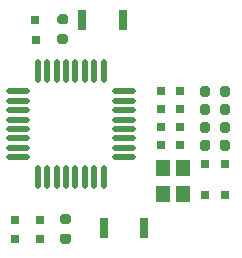
<source format=gbr>
%TF.GenerationSoftware,KiCad,Pcbnew,(5.1.8-0-10_14)*%
%TF.CreationDate,2020-12-07T18:30:00+01:00*%
%TF.ProjectId,cao,63616f2e-6b69-4636-9164-5f7063625858,rev?*%
%TF.SameCoordinates,Original*%
%TF.FileFunction,Paste,Top*%
%TF.FilePolarity,Positive*%
%FSLAX46Y46*%
G04 Gerber Fmt 4.6, Leading zero omitted, Abs format (unit mm)*
G04 Created by KiCad (PCBNEW (5.1.8-0-10_14)) date 2020-12-07 18:30:00*
%MOMM*%
%LPD*%
G01*
G04 APERTURE LIST*
%ADD10R,0.800000X1.700000*%
%ADD11R,1.200000X1.400000*%
%ADD12R,0.800000X0.800000*%
%ADD13O,2.000000X0.550000*%
%ADD14O,0.550000X2.000000*%
%ADD15R,0.800000X0.655600*%
%ADD16R,0.655600X0.800000*%
G04 APERTURE END LIST*
D10*
%TO.C,SW2*%
X137270000Y-93850000D03*
X133870000Y-93850000D03*
%TD*%
%TO.C,SW1*%
X135450000Y-76260000D03*
X132050000Y-76260000D03*
%TD*%
D11*
%TO.C,Y1*%
X140560000Y-90980000D03*
X140560000Y-88780000D03*
X138860000Y-88780000D03*
X138860000Y-90980000D03*
%TD*%
%TO.C,R2*%
G36*
G01*
X130357500Y-94340000D02*
X130882500Y-94340000D01*
G75*
G02*
X131095000Y-94552500I0J-212500D01*
G01*
X131095000Y-94977500D01*
G75*
G02*
X130882500Y-95190000I-212500J0D01*
G01*
X130357500Y-95190000D01*
G75*
G02*
X130145000Y-94977500I0J212500D01*
G01*
X130145000Y-94552500D01*
G75*
G02*
X130357500Y-94340000I212500J0D01*
G01*
G37*
G36*
G01*
X130357500Y-92690000D02*
X130882500Y-92690000D01*
G75*
G02*
X131095000Y-92902500I0J-212500D01*
G01*
X131095000Y-93327500D01*
G75*
G02*
X130882500Y-93540000I-212500J0D01*
G01*
X130357500Y-93540000D01*
G75*
G02*
X130145000Y-93327500I0J212500D01*
G01*
X130145000Y-92902500D01*
G75*
G02*
X130357500Y-92690000I212500J0D01*
G01*
G37*
%TD*%
%TO.C,R1*%
G36*
G01*
X130117500Y-77440000D02*
X130642500Y-77440000D01*
G75*
G02*
X130855000Y-77652500I0J-212500D01*
G01*
X130855000Y-78077500D01*
G75*
G02*
X130642500Y-78290000I-212500J0D01*
G01*
X130117500Y-78290000D01*
G75*
G02*
X129905000Y-78077500I0J212500D01*
G01*
X129905000Y-77652500D01*
G75*
G02*
X130117500Y-77440000I212500J0D01*
G01*
G37*
G36*
G01*
X130117500Y-75790000D02*
X130642500Y-75790000D01*
G75*
G02*
X130855000Y-76002500I0J-212500D01*
G01*
X130855000Y-76427500D01*
G75*
G02*
X130642500Y-76640000I-212500J0D01*
G01*
X130117500Y-76640000D01*
G75*
G02*
X129905000Y-76427500I0J212500D01*
G01*
X129905000Y-76002500D01*
G75*
G02*
X130117500Y-75790000I212500J0D01*
G01*
G37*
%TD*%
%TO.C,R3*%
G36*
G01*
X143680000Y-87132500D02*
X143680000Y-86607500D01*
G75*
G02*
X143892500Y-86395000I212500J0D01*
G01*
X144317500Y-86395000D01*
G75*
G02*
X144530000Y-86607500I0J-212500D01*
G01*
X144530000Y-87132500D01*
G75*
G02*
X144317500Y-87345000I-212500J0D01*
G01*
X143892500Y-87345000D01*
G75*
G02*
X143680000Y-87132500I0J212500D01*
G01*
G37*
G36*
G01*
X142030000Y-87132500D02*
X142030000Y-86607500D01*
G75*
G02*
X142242500Y-86395000I212500J0D01*
G01*
X142667500Y-86395000D01*
G75*
G02*
X142880000Y-86607500I0J-212500D01*
G01*
X142880000Y-87132500D01*
G75*
G02*
X142667500Y-87345000I-212500J0D01*
G01*
X142242500Y-87345000D01*
G75*
G02*
X142030000Y-87132500I0J212500D01*
G01*
G37*
%TD*%
%TO.C,R6*%
G36*
G01*
X143680000Y-82578500D02*
X143680000Y-82053500D01*
G75*
G02*
X143892500Y-81841000I212500J0D01*
G01*
X144317500Y-81841000D01*
G75*
G02*
X144530000Y-82053500I0J-212500D01*
G01*
X144530000Y-82578500D01*
G75*
G02*
X144317500Y-82791000I-212500J0D01*
G01*
X143892500Y-82791000D01*
G75*
G02*
X143680000Y-82578500I0J212500D01*
G01*
G37*
G36*
G01*
X142030000Y-82578500D02*
X142030000Y-82053500D01*
G75*
G02*
X142242500Y-81841000I212500J0D01*
G01*
X142667500Y-81841000D01*
G75*
G02*
X142880000Y-82053500I0J-212500D01*
G01*
X142880000Y-82578500D01*
G75*
G02*
X142667500Y-82791000I-212500J0D01*
G01*
X142242500Y-82791000D01*
G75*
G02*
X142030000Y-82578500I0J212500D01*
G01*
G37*
%TD*%
%TO.C,R4*%
G36*
G01*
X143680000Y-85626500D02*
X143680000Y-85101500D01*
G75*
G02*
X143892500Y-84889000I212500J0D01*
G01*
X144317500Y-84889000D01*
G75*
G02*
X144530000Y-85101500I0J-212500D01*
G01*
X144530000Y-85626500D01*
G75*
G02*
X144317500Y-85839000I-212500J0D01*
G01*
X143892500Y-85839000D01*
G75*
G02*
X143680000Y-85626500I0J212500D01*
G01*
G37*
G36*
G01*
X142030000Y-85626500D02*
X142030000Y-85101500D01*
G75*
G02*
X142242500Y-84889000I212500J0D01*
G01*
X142667500Y-84889000D01*
G75*
G02*
X142880000Y-85101500I0J-212500D01*
G01*
X142880000Y-85626500D01*
G75*
G02*
X142667500Y-85839000I-212500J0D01*
G01*
X142242500Y-85839000D01*
G75*
G02*
X142030000Y-85626500I0J212500D01*
G01*
G37*
%TD*%
%TO.C,R5*%
G36*
G01*
X143680000Y-84102500D02*
X143680000Y-83577500D01*
G75*
G02*
X143892500Y-83365000I212500J0D01*
G01*
X144317500Y-83365000D01*
G75*
G02*
X144530000Y-83577500I0J-212500D01*
G01*
X144530000Y-84102500D01*
G75*
G02*
X144317500Y-84315000I-212500J0D01*
G01*
X143892500Y-84315000D01*
G75*
G02*
X143680000Y-84102500I0J212500D01*
G01*
G37*
G36*
G01*
X142030000Y-84102500D02*
X142030000Y-83577500D01*
G75*
G02*
X142242500Y-83365000I212500J0D01*
G01*
X142667500Y-83365000D01*
G75*
G02*
X142880000Y-83577500I0J-212500D01*
G01*
X142880000Y-84102500D01*
G75*
G02*
X142667500Y-84315000I-212500J0D01*
G01*
X142242500Y-84315000D01*
G75*
G02*
X142030000Y-84102500I0J212500D01*
G01*
G37*
%TD*%
D12*
%TO.C,D2*%
X138684000Y-85344000D03*
X140284000Y-85344000D03*
%TD*%
%TO.C,D3*%
X138684000Y-83820000D03*
X140284000Y-83820000D03*
%TD*%
D13*
%TO.C,U1*%
X126564000Y-87890000D03*
X126564000Y-87090000D03*
X126564000Y-86290000D03*
X126564000Y-85490000D03*
X126564000Y-84690000D03*
X126564000Y-83890000D03*
X126564000Y-83090000D03*
X126564000Y-82290000D03*
D14*
X128264000Y-80590000D03*
X129064000Y-80590000D03*
X129864000Y-80590000D03*
X130664000Y-80590000D03*
X131464000Y-80590000D03*
X132264000Y-80590000D03*
X133064000Y-80590000D03*
X133864000Y-80590000D03*
D13*
X135564000Y-82290000D03*
X135564000Y-83090000D03*
X135564000Y-83890000D03*
X135564000Y-84690000D03*
X135564000Y-85490000D03*
X135564000Y-86290000D03*
X135564000Y-87090000D03*
X135564000Y-87890000D03*
D14*
X133864000Y-89590000D03*
X133064000Y-89590000D03*
X132264000Y-89590000D03*
X131464000Y-89590000D03*
X130664000Y-89590000D03*
X129864000Y-89590000D03*
X129064000Y-89590000D03*
X128264000Y-89590000D03*
%TD*%
D12*
%TO.C,D4*%
X138684000Y-82296000D03*
X140284000Y-82296000D03*
%TD*%
%TO.C,D1*%
X138684000Y-86868000D03*
X140284000Y-86868000D03*
%TD*%
D15*
%TO.C,C5*%
X128475000Y-93165000D03*
X128485000Y-94825000D03*
%TD*%
%TO.C,C4*%
X126355000Y-93165000D03*
X126365000Y-94825000D03*
%TD*%
%TO.C,C3*%
X128075000Y-76255000D03*
X128085000Y-77915000D03*
%TD*%
D16*
%TO.C,C2*%
X142430000Y-88430000D03*
X144090000Y-88420000D03*
%TD*%
%TO.C,C1*%
X142430000Y-91060000D03*
X144090000Y-91050000D03*
%TD*%
M02*

</source>
